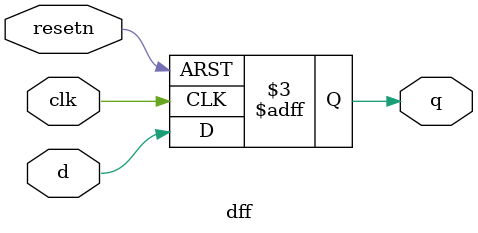
<source format=v>
module dff(
    input clk,
    input resetn,
    input d,
    output reg q
);

// always statement is a basic building block for parallel execution
// for combinational circuits, use blocking statements
// for sequential circuits, use non-blocking statements
always @(posedge clk or negedge resetn)
begin
    if(!resetn) 
        q <= 0; 
    else 
        q <= d; 
    
end 
endmodule
</source>
